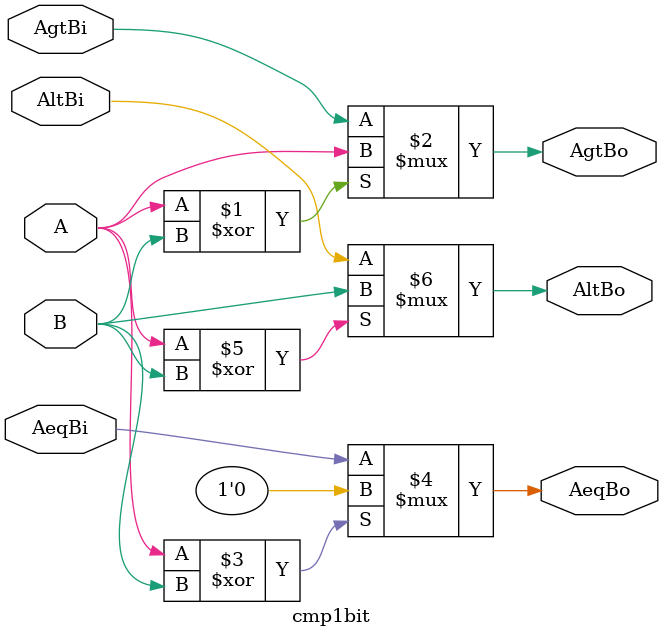
<source format=sv>
module cmp1bit(
  input 	A,				// incoming A-bit to compare
  input 	B,				// incoming B-bit to compare
  input 	AgtBi,			// bit below was greater
  input		AeqBi,			// bit below was equal
  input		AltBi,			// bit below was less
  output 	AgtBo,			// outgoing compare result
  output	AeqBo,			// outgoing compare result
  output	AltBo			// outgoing compare resul
);

  //////////////////////////////////////////
  // Declare any needed internal signals //
  ////////////////////////////////////////

  
  ////////////////////////////////////////
  // Implement cmp1bit logic in either //
  // structural or dataflow verilog.  //
  /////////////////////////////////////
  assign AgtBo = A ^ B ? A : AgtBi;
  assign AeqBo = A ^ B ? 1'b0 : AeqBi;
  assign AltBo = A ^ B ? B : AltBi;
	


endmodule  
</source>
